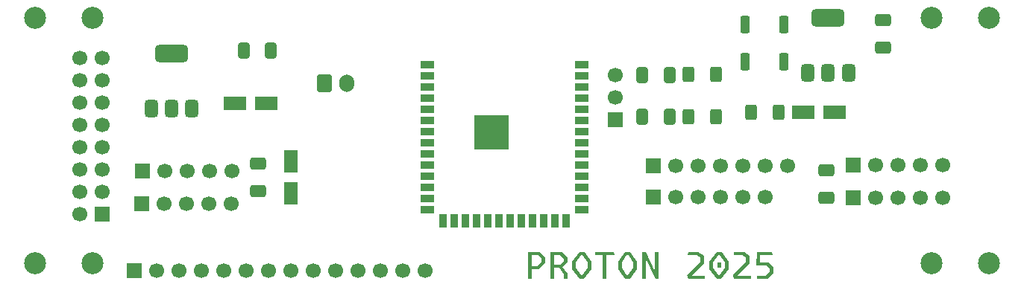
<source format=gbr>
%TF.GenerationSoftware,KiCad,Pcbnew,9.0.4-9.0.4-0~ubuntu22.04.1*%
%TF.CreationDate,2025-10-18T22:49:12+02:00*%
%TF.ProjectId,YR,59522e6b-6963-4616-945f-706362585858,rev?*%
%TF.SameCoordinates,Original*%
%TF.FileFunction,Soldermask,Top*%
%TF.FilePolarity,Negative*%
%FSLAX46Y46*%
G04 Gerber Fmt 4.6, Leading zero omitted, Abs format (unit mm)*
G04 Created by KiCad (PCBNEW 9.0.4-9.0.4-0~ubuntu22.04.1) date 2025-10-18 22:49:12*
%MOMM*%
%LPD*%
G01*
G04 APERTURE LIST*
G04 Aperture macros list*
%AMRoundRect*
0 Rectangle with rounded corners*
0 $1 Rounding radius*
0 $2 $3 $4 $5 $6 $7 $8 $9 X,Y pos of 4 corners*
0 Add a 4 corners polygon primitive as box body*
4,1,4,$2,$3,$4,$5,$6,$7,$8,$9,$2,$3,0*
0 Add four circle primitives for the rounded corners*
1,1,$1+$1,$2,$3*
1,1,$1+$1,$4,$5*
1,1,$1+$1,$6,$7*
1,1,$1+$1,$8,$9*
0 Add four rect primitives between the rounded corners*
20,1,$1+$1,$2,$3,$4,$5,0*
20,1,$1+$1,$4,$5,$6,$7,0*
20,1,$1+$1,$6,$7,$8,$9,0*
20,1,$1+$1,$8,$9,$2,$3,0*%
G04 Aperture macros list end*
%ADD10C,0.300000*%
%ADD11C,2.500000*%
%ADD12RoundRect,0.375000X0.375000X-0.625000X0.375000X0.625000X-0.375000X0.625000X-0.375000X-0.625000X0*%
%ADD13RoundRect,0.500000X1.400000X-0.500000X1.400000X0.500000X-1.400000X0.500000X-1.400000X-0.500000X0*%
%ADD14R,1.500000X0.900000*%
%ADD15R,0.900000X1.500000*%
%ADD16C,0.600000*%
%ADD17R,3.900000X3.900000*%
%ADD18RoundRect,0.250000X-0.650000X0.412500X-0.650000X-0.412500X0.650000X-0.412500X0.650000X0.412500X0*%
%ADD19R,1.700000X1.700000*%
%ADD20C,1.700000*%
%ADD21RoundRect,0.250000X-0.275000X-0.750000X0.275000X-0.750000X0.275000X0.750000X-0.275000X0.750000X0*%
%ADD22RoundRect,0.250000X0.400000X0.625000X-0.400000X0.625000X-0.400000X-0.625000X0.400000X-0.625000X0*%
%ADD23RoundRect,0.250000X-1.050000X-0.550000X1.050000X-0.550000X1.050000X0.550000X-1.050000X0.550000X0*%
%ADD24RoundRect,0.250000X1.050000X0.550000X-1.050000X0.550000X-1.050000X-0.550000X1.050000X-0.550000X0*%
%ADD25RoundRect,0.250000X-0.412500X-0.650000X0.412500X-0.650000X0.412500X0.650000X-0.412500X0.650000X0*%
%ADD26RoundRect,0.250000X-0.400000X-0.625000X0.400000X-0.625000X0.400000X0.625000X-0.400000X0.625000X0*%
%ADD27RoundRect,0.250000X-0.600000X-0.750000X0.600000X-0.750000X0.600000X0.750000X-0.600000X0.750000X0*%
%ADD28O,1.700000X2.000000*%
%ADD29RoundRect,0.250000X-0.550000X1.050000X-0.550000X-1.050000X0.550000X-1.050000X0.550000X1.050000X0*%
G04 APERTURE END LIST*
D10*
G36*
X154605355Y-79761912D02*
G01*
X154605355Y-80405247D01*
X153940587Y-81108117D01*
X153066076Y-81108117D01*
X153066076Y-82240000D01*
X152642742Y-82240000D01*
X152642742Y-80787732D01*
X153066076Y-80787732D01*
X153744033Y-80787732D01*
X154190448Y-80272623D01*
X154190448Y-79901680D01*
X153759420Y-79524691D01*
X153066076Y-79524691D01*
X153066076Y-80787732D01*
X152642742Y-80787732D01*
X152642742Y-79162356D01*
X153944434Y-79162356D01*
X154605355Y-79761912D01*
G37*
G36*
X157193353Y-79776749D02*
G01*
X157193353Y-80329959D01*
X156590317Y-80884635D01*
X157155434Y-81682027D01*
X157155434Y-82240000D01*
X156734298Y-82240000D01*
X156734298Y-81736249D01*
X156201421Y-80961022D01*
X155668728Y-80961022D01*
X155668728Y-82240000D01*
X155245394Y-82240000D01*
X155245394Y-80661702D01*
X155668728Y-80661702D01*
X156334595Y-80661702D01*
X156778262Y-80215837D01*
X156778262Y-79922562D01*
X156334778Y-79524691D01*
X155668728Y-79524691D01*
X155668728Y-80661702D01*
X155245394Y-80661702D01*
X155245394Y-79162356D01*
X156511366Y-79162356D01*
X157193353Y-79776749D01*
G37*
G36*
X159837953Y-80277203D02*
G01*
X159837953Y-81110315D01*
X159047705Y-82240000D01*
X158478742Y-82240000D01*
X157688494Y-81110315D01*
X157688494Y-80402683D01*
X158103401Y-80402683D01*
X158103401Y-80985019D01*
X158667602Y-81856599D01*
X158856646Y-81856599D01*
X159423046Y-80985019D01*
X159423046Y-80402500D01*
X158869286Y-79545757D01*
X158678044Y-79545757D01*
X158103401Y-80402683D01*
X157688494Y-80402683D01*
X157688494Y-80277203D01*
X158478742Y-79162356D01*
X159075000Y-79162356D01*
X159837953Y-80277203D01*
G37*
G36*
X161143675Y-79518463D02*
G01*
X160256891Y-79518463D01*
X160293710Y-79162356D01*
X162437857Y-79162356D01*
X162472662Y-79518463D01*
X161562796Y-79518463D01*
X161562796Y-82240000D01*
X161143675Y-82240000D01*
X161143675Y-79518463D01*
G37*
G36*
X165043257Y-80277203D02*
G01*
X165043257Y-81110315D01*
X164253009Y-82240000D01*
X163684045Y-82240000D01*
X162893797Y-81110315D01*
X162893797Y-80402683D01*
X163308705Y-80402683D01*
X163308705Y-80985019D01*
X163872906Y-81856599D01*
X164061950Y-81856599D01*
X164628349Y-80985019D01*
X164628349Y-80402500D01*
X164074590Y-79545757D01*
X163883347Y-79545757D01*
X163308705Y-80402683D01*
X162893797Y-80402683D01*
X162893797Y-80277203D01*
X163684045Y-79162356D01*
X164280303Y-79162356D01*
X165043257Y-80277203D01*
G37*
G36*
X165645376Y-79162356D02*
G01*
X166020350Y-79162356D01*
X167087203Y-81388203D01*
X167102773Y-81388203D01*
X167102773Y-79160158D01*
X167496798Y-79160158D01*
X167496798Y-82237984D01*
X167142890Y-82237984D01*
X166054972Y-79961580D01*
X166039401Y-79961580D01*
X166039401Y-82240000D01*
X165645376Y-82240000D01*
X165645376Y-79162356D01*
G37*
G36*
X170747548Y-81825092D02*
G01*
X172201465Y-80318602D01*
X172201465Y-79813935D01*
X171800296Y-79539345D01*
X170806167Y-79539345D01*
X170862404Y-79162356D01*
X171980364Y-79162356D01*
X172616556Y-79606024D01*
X172616556Y-80487130D01*
X171230233Y-81883893D01*
X172761453Y-81883893D01*
X172761453Y-82240000D01*
X170863136Y-82240000D01*
X170747548Y-81825092D01*
G37*
G36*
X174572391Y-80988316D02*
G01*
X174146859Y-80988316D01*
X174146859Y-80409644D01*
X174572391Y-80409644D01*
X174572391Y-80988316D01*
G37*
G36*
X175433347Y-80277203D02*
G01*
X175433347Y-81110315D01*
X174643100Y-82240000D01*
X174074136Y-82240000D01*
X173283888Y-81110315D01*
X173283888Y-80402683D01*
X173698796Y-80402683D01*
X173698796Y-80985019D01*
X174262997Y-81856599D01*
X174452041Y-81856599D01*
X175018440Y-80985019D01*
X175018440Y-80402500D01*
X174464680Y-79545757D01*
X174273438Y-79545757D01*
X173698796Y-80402683D01*
X173283888Y-80402683D01*
X173283888Y-80277203D01*
X174074136Y-79162356D01*
X174670394Y-79162356D01*
X175433347Y-80277203D01*
G37*
G36*
X175952852Y-81825092D02*
G01*
X177406769Y-80318602D01*
X177406769Y-79813935D01*
X177005600Y-79539345D01*
X176011470Y-79539345D01*
X176067707Y-79162356D01*
X177185668Y-79162356D01*
X177821859Y-79606024D01*
X177821859Y-80487130D01*
X176435537Y-81883893D01*
X177966756Y-81883893D01*
X177966756Y-82240000D01*
X176068440Y-82240000D01*
X175952852Y-81825092D01*
G37*
G36*
X178637203Y-81862827D02*
G01*
X179643422Y-81862827D01*
X180137648Y-81399926D01*
X180137648Y-81062871D01*
X179794548Y-80734242D01*
X178602215Y-80734242D01*
X178684830Y-79162356D01*
X180362779Y-79162356D01*
X180406193Y-79518463D01*
X179031777Y-79518463D01*
X178984150Y-80397004D01*
X180003009Y-80397004D01*
X180550357Y-80912845D01*
X180550357Y-81552151D01*
X179824590Y-82240000D01*
X178689410Y-82240000D01*
X178637203Y-81862827D01*
G37*
D11*
%TO.C,REF\u002A\u002A*%
X205000000Y-52500000D03*
%TD*%
D12*
%TO.C,U3*%
X184450000Y-58800000D03*
X186750000Y-58800000D03*
D13*
X186750000Y-52500000D03*
D12*
X189050000Y-58800000D03*
%TD*%
D11*
%TO.C,REF\u002A\u002A*%
X96750000Y-52500000D03*
%TD*%
D14*
%TO.C,U2*%
X141250000Y-57880000D03*
X141250000Y-59150000D03*
X141250000Y-60420000D03*
X141250000Y-61690000D03*
X141250000Y-62960000D03*
X141250000Y-64230000D03*
X141250000Y-65500000D03*
X141250000Y-66770000D03*
X141250000Y-68040000D03*
X141250000Y-69310000D03*
X141250000Y-70580000D03*
X141250000Y-71850000D03*
X141250000Y-73120000D03*
X141250000Y-74390000D03*
D15*
X143015000Y-75640000D03*
X144285000Y-75640000D03*
X145555000Y-75640000D03*
X146825000Y-75640000D03*
X148095000Y-75640000D03*
X149365000Y-75640000D03*
X150635000Y-75640000D03*
X151905000Y-75640000D03*
X153175000Y-75640000D03*
X154445000Y-75640000D03*
X155715000Y-75640000D03*
X156985000Y-75640000D03*
D14*
X158750000Y-74390000D03*
X158750000Y-73120000D03*
X158750000Y-71850000D03*
X158750000Y-70580000D03*
X158750000Y-69310000D03*
X158750000Y-68040000D03*
X158750000Y-66770000D03*
X158750000Y-65500000D03*
X158750000Y-64230000D03*
X158750000Y-62960000D03*
X158750000Y-61690000D03*
X158750000Y-60420000D03*
X158750000Y-59150000D03*
X158750000Y-57880000D03*
D16*
X147100000Y-64900000D03*
X147100000Y-66300000D03*
X147800000Y-64200000D03*
X147800000Y-65600000D03*
X147800000Y-67000000D03*
X148500000Y-64900000D03*
D17*
X148500000Y-65600000D03*
D16*
X148500000Y-66300000D03*
X149200000Y-64200000D03*
X149200000Y-65600000D03*
X149200000Y-67000000D03*
X149900000Y-64900000D03*
X149900000Y-66300000D03*
%TD*%
D18*
%TO.C,C8*%
X122000000Y-69125000D03*
X122000000Y-72250000D03*
%TD*%
D19*
%TO.C,J5*%
X189590000Y-69250000D03*
D20*
X192130000Y-69250000D03*
X194670000Y-69250000D03*
X197210000Y-69250000D03*
X199750000Y-69250000D03*
%TD*%
D12*
%TO.C,U1*%
X109900000Y-62865000D03*
X112200000Y-62865000D03*
D13*
X112200000Y-56565000D03*
D12*
X114500000Y-62865000D03*
%TD*%
D19*
%TO.C,J4*%
X189630000Y-73000000D03*
D20*
X192170000Y-73000000D03*
X194710000Y-73000000D03*
X197250000Y-73000000D03*
X199790000Y-73000000D03*
%TD*%
D19*
%TO.C,J6*%
X107950000Y-81280000D03*
D20*
X110490000Y-81280000D03*
X113030000Y-81280000D03*
X115570000Y-81280000D03*
X118110000Y-81280000D03*
X120650000Y-81280000D03*
X123190000Y-81280000D03*
X125730000Y-81280000D03*
X128270000Y-81280000D03*
X130810000Y-81280000D03*
X133350000Y-81280000D03*
X135890000Y-81280000D03*
X138430000Y-81280000D03*
X140970000Y-81280000D03*
%TD*%
D11*
%TO.C,REF\u002A\u002A*%
X205000000Y-80500000D03*
%TD*%
D19*
%TO.C,J7*%
X108840000Y-73660000D03*
D20*
X111380000Y-73660000D03*
X113920000Y-73660000D03*
X116460000Y-73660000D03*
X119000000Y-73660000D03*
%TD*%
D21*
%TO.C,S2*%
X177300000Y-53250000D03*
X181750000Y-53250000D03*
%TD*%
D18*
%TO.C,C10*%
X193000000Y-52750000D03*
X193000000Y-55875000D03*
%TD*%
D19*
%TO.C,J10*%
X108880000Y-70000000D03*
D20*
X111420000Y-70000000D03*
X113960000Y-70000000D03*
X116500000Y-70000000D03*
X119040000Y-70000000D03*
%TD*%
D19*
%TO.C,J8*%
X166878000Y-72898000D03*
D20*
X169418000Y-72898000D03*
X171958000Y-72898000D03*
X174498000Y-72898000D03*
X177038000Y-72898000D03*
X179578000Y-72898000D03*
%TD*%
D11*
%TO.C,REF\u002A\u002A*%
X103250000Y-52500000D03*
%TD*%
D22*
%TO.C,R9*%
X181102000Y-63246000D03*
X178002000Y-63246000D03*
%TD*%
D23*
%TO.C,C2*%
X119380000Y-62230000D03*
X122980000Y-62230000D03*
%TD*%
D24*
%TO.C,C12*%
X187500000Y-63250000D03*
X183900000Y-63250000D03*
%TD*%
D11*
%TO.C,REF\u002A\u002A*%
X103250000Y-80500000D03*
%TD*%
D18*
%TO.C,C11*%
X186500000Y-69875000D03*
X186500000Y-73000000D03*
%TD*%
D25*
%TO.C,C3*%
X165625000Y-59000000D03*
X168750000Y-59000000D03*
%TD*%
D26*
%TO.C,R1*%
X170900000Y-58928000D03*
X174000000Y-58928000D03*
%TD*%
D11*
%TO.C,REF\u002A\u002A*%
X96750000Y-80500000D03*
%TD*%
D25*
%TO.C,C1*%
X120375000Y-56250000D03*
X123500000Y-56250000D03*
%TD*%
D11*
%TO.C,REF\u002A\u002A*%
X198500000Y-52500000D03*
%TD*%
%TO.C,REF\u002A\u002A*%
X198500000Y-80500000D03*
%TD*%
D25*
%TO.C,C7*%
X165625000Y-63750000D03*
X168750000Y-63750000D03*
%TD*%
D26*
%TO.C,R6*%
X170900000Y-63750000D03*
X174000000Y-63750000D03*
%TD*%
D19*
%TO.C,J1*%
X162560000Y-64135000D03*
D20*
X162560000Y-61595000D03*
X162560000Y-59055000D03*
%TD*%
D27*
%TO.C,J2*%
X129580000Y-60000000D03*
D28*
X132080000Y-60000000D03*
%TD*%
D21*
%TO.C,S1*%
X177275000Y-57500000D03*
X181725000Y-57500000D03*
%TD*%
D19*
%TO.C,J9*%
X166878000Y-69342000D03*
D20*
X169418000Y-69342000D03*
X171958000Y-69342000D03*
X174498000Y-69342000D03*
X177038000Y-69342000D03*
X179578000Y-69342000D03*
X182118000Y-69342000D03*
%TD*%
D29*
%TO.C,C9*%
X125750000Y-68900000D03*
X125750000Y-72500000D03*
%TD*%
D19*
%TO.C,J3*%
X104290000Y-74890000D03*
D20*
X101750000Y-74890000D03*
X104290000Y-72350000D03*
X101750000Y-72350000D03*
X104290000Y-69810000D03*
X101750000Y-69810000D03*
X104290000Y-67270000D03*
X101750000Y-67270000D03*
X104290000Y-64730000D03*
X101750000Y-64730000D03*
X104290000Y-62190000D03*
X101750000Y-62190000D03*
X104290000Y-59650000D03*
X101750000Y-59650000D03*
X104290000Y-57110000D03*
X101750000Y-57110000D03*
%TD*%
M02*

</source>
